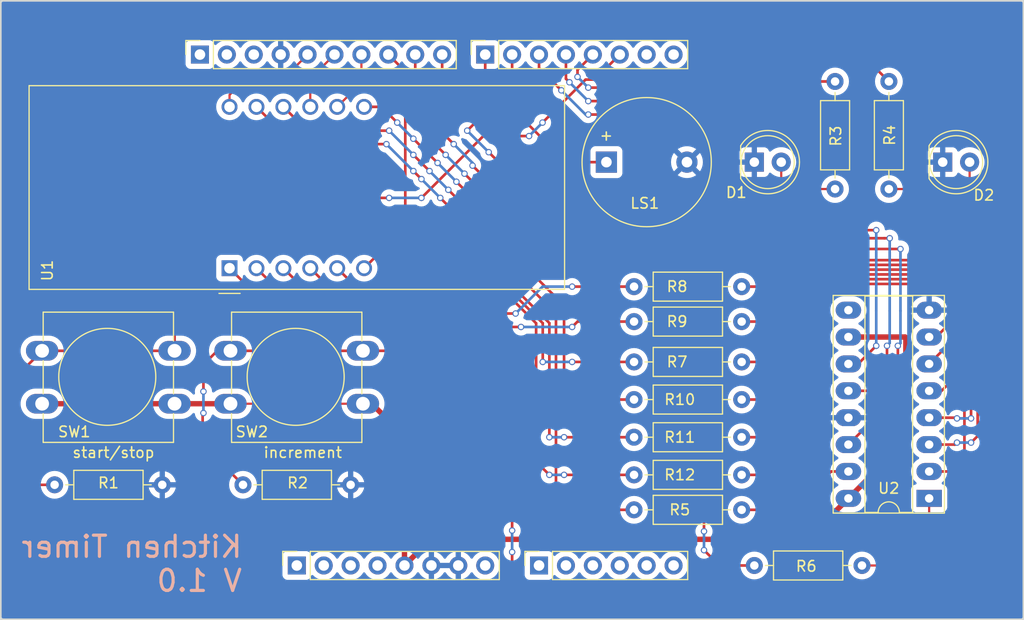
<source format=kicad_pcb>
(kicad_pcb (version 20221018) (generator pcbnew)
  (title_block (date "mar. 31 mars 2015"))
  (layers (0 "F.Cu" signal) (31 "B.Cu" power) (34 "B.Paste" user) (35 "F.Paste" user) (36 "B.SilkS" user "B.Silkscreen") (37 "F.SilkS" user "F.Silkscreen") (38 "B.Mask" user) (39 "F.Mask" user) (44 "Edge.Cuts" user))
  (net 0 "")
  (net 1 "GND")
  (net 3 "+5V")
  (net 4 "/IOREF")
  (net 5 "/A0")
  (net 6 "/A1")
  (net 7 "/A2")
  (net 8 "/A3")
  (net 9 "/SDA{slash}A4")
  (net 10 "/SCL{slash}A5")
  (net 11 "Net-(D1-A)")
  (net 12 "Net-(D2-A)")
  (net 16 "Dig1")
  (net 17 "Dig2")
  (net 18 "Dig3")
  (net 19 "Dig4")
  (net 20 "DS")
  (net 21 "ST_CP")
  (net 22 "SH_CP")
  (net 23 "/TX{slash}1")
  (net 24 "Buzzer")
  (net 25 "/RX{slash}0")
  (net 26 "+3V3")
  (net 27 "VCC")
  (net 28 "/~{RESET}")
  (net 29 "RED_LED")
  (net 30 "GREEN_LED")
  (net 31 "Button_2")
  (net 32 "Button_1")
  (net 33 "a")
  (net 34 "Net-(U1-a)")
  (net 35 "b")
  (net 36 "Net-(U1-b)")
  (net 37 "c")
  (net 38 "Net-(U1-c)")
  (net 39 "d")
  (net 40 "Net-(U1-d)")
  (net 41 "e")
  (net 42 "Net-(U1-e)")
  (net 43 "f")
  (net 44 "Net-(U1-f)")
  (net 45 "g")
  (net 46 "Net-(U1-g)")
  (net 47 "dp")
  (net 48 "Net-(U1-DPX)")
  (footprint "Connector_PinSocket_2.54mm:PinSocket_1x08_P2.54mm_Vertical" (layer "F.Cu") (at 127.94 97.46 90)
    (fp_text reference "J1" hide)
    (fp_text value "Power")
    (pad "1" thru_hole rect locked (at 0 0 90) (size 1.7 1.7) (drill 1) (layers "*.Cu" "*.Mask"))
    (pad "2" thru_hole oval locked (at 0 2.54 90) (size 1.7 1.7) (drill 1) (layers "*.Cu" "*.Mask") (net 4 "/IOREF"))
    (pad "3" thru_hole oval locked (at 0 5.08 90) (size 1.7 1.7) (drill 1) (layers "*.Cu" "*.Mask") (net 28 "/~{RESET}"))
    (pad "4" thru_hole oval locked (at 0 7.62 90) (size 1.7 1.7) (drill 1) (layers "*.Cu" "*.Mask") (net 26 "+3V3"))
    (pad "5" thru_hole oval locked (at 0 10.16 90) (size 1.7 1.7) (drill 1) (layers "*.Cu" "*.Mask") (net 3 "+5V"))
    (pad "6" thru_hole oval locked (at 0 12.7 90) (size 1.7 1.7) (drill 1) (layers "*.Cu" "*.Mask") (net 1 "GND"))
    (pad "7" thru_hole oval locked (at 0 15.24 90) (size 1.7 1.7) (drill 1) (layers "*.Cu" "*.Mask") (net 1 "GND"))
    (pad "8" thru_hole oval locked (at 0 17.78 90) (size 1.7 1.7) (drill 1) (layers "*.Cu" "*.Mask") (net 27 "VCC"))
  )
  (footprint "Connector_PinSocket_2.54mm:PinSocket_1x06_P2.54mm_Vertical" (layer "F.Cu") (at 150.8 97.46 90)
    (fp_text reference "J3" hide)
    (fp_text value "Analog")
    (pad "1" thru_hole rect locked (at 0 0 90) (size 1.7 1.7) (drill 1) (layers "*.Cu" "*.Mask") (net 5 "/A0"))
    (pad "2" thru_hole oval locked (at 0 2.54 90) (size 1.7 1.7) (drill 1) (layers "*.Cu" "*.Mask") (net 6 "/A1"))
    (pad "3" thru_hole oval locked (at 0 5.08 90) (size 1.7 1.7) (drill 1) (layers "*.Cu" "*.Mask") (net 7 "/A2"))
    (pad "4" thru_hole oval locked (at 0 7.62 90) (size 1.7 1.7) (drill 1) (layers "*.Cu" "*.Mask") (net 8 "/A3"))
    (pad "5" thru_hole oval locked (at 0 10.16 90) (size 1.7 1.7) (drill 1) (layers "*.Cu" "*.Mask") (net 9 "/SDA{slash}A4"))
    (pad "6" thru_hole oval locked (at 0 12.7 90) (size 1.7 1.7) (drill 1) (layers "*.Cu" "*.Mask") (net 10 "/SCL{slash}A5"))
  )
  (footprint "Connector_PinSocket_2.54mm:PinSocket_1x10_P2.54mm_Vertical" (layer "F.Cu") (at 118.796 49.2 90)
    (fp_text reference "J2" hide)
    (fp_text value "Digital/PWM")
    (pad "1" thru_hole rect locked (at 0 0 90) (size 1.7 1.7) (drill 1) (layers "*.Cu" "*.Mask"))
    (pad "2" thru_hole oval locked (at 0 2.54 90) (size 1.7 1.7) (drill 1) (layers "*.Cu" "*.Mask"))
    (pad "3" thru_hole oval locked (at 0 5.08 90) (size 1.7 1.7) (drill 1) (layers "*.Cu" "*.Mask"))
    (pad "4" thru_hole oval locked (at 0 7.62 90) (size 1.7 1.7) (drill 1) (layers "*.Cu" "*.Mask") (net 1 "GND"))
    (pad "5" thru_hole oval locked (at 0 10.16 90) (size 1.7 1.7) (drill 1) (layers "*.Cu" "*.Mask") (net 16 "Dig1"))
    (pad "6" thru_hole oval locked (at 0 12.7 90) (size 1.7 1.7) (drill 1) (layers "*.Cu" "*.Mask") (net 17 "Dig2"))
    (pad "7" thru_hole oval locked (at 0 15.24 90) (size 1.7 1.7) (drill 1) (layers "*.Cu" "*.Mask") (net 18 "Dig3"))
    (pad "8" thru_hole oval locked (at 0 17.78 90) (size 1.7 1.7) (drill 1) (layers "*.Cu" "*.Mask") (net 19 "Dig4"))
    (pad "9" thru_hole oval locked (at 0 20.32 90) (size 1.7 1.7) (drill 1) (layers "*.Cu" "*.Mask") (net 20 "DS"))
    (pad "10" thru_hole oval locked (at 0 22.86 90) (size 1.7 1.7) (drill 1) (layers "*.Cu" "*.Mask") (net 21 "ST_CP"))
  )
  (footprint "Connector_PinSocket_2.54mm:PinSocket_1x08_P2.54mm_Vertical" (layer "F.Cu") (at 145.72 49.2 90)
    (fp_text reference "J4" hide)
    (fp_text value "Digital/PWM")
    (pad "1" thru_hole rect locked (at 0 0 90) (size 1.7 1.7) (drill 1) (layers "*.Cu" "*.Mask") (net 22 "SH_CP"))
    (pad "2" thru_hole oval locked (at 0 2.54 90) (size 1.7 1.7) (drill 1) (layers "*.Cu" "*.Mask") (net 24 "Buzzer"))
    (pad "3" thru_hole oval locked (at 0 5.08 90) (size 1.7 1.7) (drill 1) (layers "*.Cu" "*.Mask") (net 29 "RED_LED"))
    (pad "4" thru_hole oval locked (at 0 7.62 90) (size 1.7 1.7) (drill 1) (layers "*.Cu" "*.Mask") (net 30 "GREEN_LED"))
    (pad "5" thru_hole oval locked (at 0 10.16 90) (size 1.7 1.7) (drill 1) (layers "*.Cu" "*.Mask") (net 31 "Button_2"))
    (pad "6" thru_hole oval locked (at 0 12.7 90) (size 1.7 1.7) (drill 1) (layers "*.Cu" "*.Mask") (net 32 "Button_1"))
    (pad "7" thru_hole oval locked (at 0 15.24 90) (size 1.7 1.7) (drill 1) (layers "*.Cu" "*.Mask") (net 23 "/TX{slash}1"))
    (pad "8" thru_hole oval locked (at 0 17.78 90) (size 1.7 1.7) (drill 1) (layers "*.Cu" "*.Mask") (net 25 "/RX{slash}0"))
  )
  (footprint "LED_THT:LED_D5.0mm" (layer "F.Cu") (at 188.9 59.36)
    (fp_text reference "D2" (at 3.886 3.124) (layer "F.SilkS"))
    (fp_text value "LED")
    (pad "1" thru_hole rect (at 0 0) (size 1.8 1.8) (drill 0.9) (layers "*.Cu" "*.Mask") (net 1 "GND"))
    (pad "2" thru_hole circle (at 2.54 0) (size 1.8 1.8) (drill 0.9) (layers "*.Cu" "*.Mask") (net 12 "Net-(D2-A)"))
  )
  (footprint "Package_DIP:DIP-16_W7.62mm_Socket_LongPads" (layer "F.Cu") (at 187.62 91.12 180)
    (fp_text reference "U2" (at 3.81 0.95) (layer "F.SilkS"))
    (fp_text value "74HC595")
    (pad "1" thru_hole rect (at 0 0 180) (size 2.4 1.6) (drill 0.8) (layers "*.Cu" "*.Mask") (net 35 "b"))
    (pad "2" thru_hole oval (at 0 2.54 180) (size 2.4 1.6) (drill 0.8) (layers "*.Cu" "*.Mask") (net 37 "c"))
    (pad "3" thru_hole oval (at 0 5.08 180) (size 2.4 1.6) (drill 0.8) (layers "*.Cu" "*.Mask") (net 39 "d"))
    (pad "4" thru_hole oval (at 0 7.62 180) (size 2.4 1.6) (drill 0.8) (layers "*.Cu" "*.Mask") (net 41 "e"))
    (pad "5" thru_hole oval (at 0 10.16 180) (size 2.4 1.6) (drill 0.8) (layers "*.Cu" "*.Mask") (net 43 "f"))
    (pad "6" thru_hole oval (at 0 12.7 180) (size 2.4 1.6) (drill 0.8) (layers "*.Cu" "*.Mask") (net 45 "g"))
    (pad "7" thru_hole oval (at 0 15.24 180) (size 2.4 1.6) (drill 0.8) (layers "*.Cu" "*.Mask") (net 47 "dp"))
    (pad "8" thru_hole oval (at 0 17.78 180) (size 2.4 1.6) (drill 0.8) (layers "*.Cu" "*.Mask") (net 1 "GND"))
    (pad "9" thru_hole oval (at 7.62 17.78 180) (size 2.4 1.6) (drill 0.8) (layers "*.Cu" "*.Mask"))
    (pad "10" thru_hole oval (at 7.62 15.24 180) (size 2.4 1.6) (drill 0.8) (layers "*.Cu" "*.Mask") (net 3 "+5V"))
    (pad "11" thru_hole oval (at 7.62 12.7 180) (size 2.4 1.6) (drill 0.8) (layers "*.Cu" "*.Mask") (net 22 "SH_CP"))
    (pad "12" thru_hole oval (at 7.62 10.16 180) (size 2.4 1.6) (drill 0.8) (layers "*.Cu" "*.Mask") (net 21 "ST_CP"))
    (pad "13" thru_hole oval (at 7.62 7.62 180) (size 2.4 1.6) (drill 0.8) (layers "*.Cu" "*.Mask") (net 1 "GND"))
    (pad "14" thru_hole oval (at 7.62 5.08 180) (size 2.4 1.6) (drill 0.8) (layers "*.Cu" "*.Mask") (net 20 "DS"))
    (pad "15" thru_hole oval (at 7.62 2.54 180) (size 2.4 1.6) (drill 0.8) (layers "*.Cu" "*.Mask") (net 33 "a"))
    (pad "16" thru_hole oval (at 7.62 0 180) (size 2.4 1.6) (drill 0.8) (layers "*.Cu" "*.Mask") (net 3 "+5V"))
  )
  (footprint "Resistor_THT:R_Axial_DIN0207_L6.3mm_D2.5mm_P10.16mm_Horizontal" (layer "F.Cu") (at 169.926 71.12 180)
    (fp_text reference "R8" (at 6.096 0) (layer "F.SilkS"))
    (fp_text value "100")
    (pad "1" thru_hole circle (at 0 0 180) (size 1.6 1.6) (drill 0.8) (layers "*.Cu" "*.Mask") (net 39 "d"))
    (pad "2" thru_hole oval (at 10.16 0 180) (size 1.6 1.6) (drill 0.8) (layers "*.Cu" "*.Mask") (net 40 "Net-(U1-d)"))
  )
  (footprint "Resistor_THT:R_Axial_DIN0207_L6.3mm_D2.5mm_P10.16mm_Horizontal" (layer "F.Cu") (at 169.926 92.202 180)
    (fp_text reference "R5" (at 5.842 0) (layer "F.SilkS"))
    (fp_text value "100")
    (pad "1" thru_hole circle (at 0 0 180) (size 1.6 1.6) (drill 0.8) (layers "*.Cu" "*.Mask") (net 33 "a"))
    (pad "2" thru_hole oval (at 10.16 0 180) (size 1.6 1.6) (drill 0.8) (layers "*.Cu" "*.Mask") (net 34 "Net-(U1-a)"))
  )
  (footprint "LED_THT:LED_D5.0mm" (layer "F.Cu") (at 171.12 59.36)
    (fp_text reference "D1" (at -1.702 2.87) (layer "F.SilkS"))
    (fp_text value "LED")
    (pad "1" thru_hole rect (at 0 0) (size 1.8 1.8) (drill 0.9) (layers "*.Cu" "*.Mask") (net 1 "GND"))
    (pad "2" thru_hole circle (at 2.54 0) (size 1.8 1.8) (drill 0.9) (layers "*.Cu" "*.Mask") (net 11 "Net-(D1-A)"))
  )
  (footprint "Resistor_THT:R_Axial_DIN0207_L6.3mm_D2.5mm_P10.16mm_Horizontal" (layer "F.Cu") (at 105.08 89.84)
    (fp_text reference "R1" (at 5.08 -0.178) (layer "F.SilkS"))
    (fp_text value "10k")
    (pad "1" thru_hole circle (at 0 0) (size 1.6 1.6) (drill 0.8) (layers "*.Cu" "*.Mask") (net 32 "Button_1"))
    (pad "2" thru_hole oval (at 10.16 0) (size 1.6 1.6) (drill 0.8) (layers "*.Cu" "*.Mask") (net 1 "GND"))
  )
  (footprint "Buzzer_Beeper:Buzzer_12x9.5RM7.6" (layer "F.Cu") (at 157.16 59.36)
    (fp_text reference "LS1" (at 3.622 3.886) (layer "F.SilkS"))
    (fp_text value "Speaker")
    (fp_text user "+" (at -0.01 -2.54) (layer "F.SilkS"))
    (pad "1" thru_hole rect (at 0 0) (size 2 2) (drill 1) (layers "*.Cu" "*.Mask") (net 24 "Buzzer"))
    (pad "2" thru_hole circle (at 7.6 0) (size 2 2) (drill 1) (layers "*.Cu" "*.Mask") (net 1 "GND"))
  )
  (footprint "Resistor_THT:R_Axial_DIN0207_L6.3mm_D2.5mm_P10.16mm_Horizontal" (layer "F.Cu") (at 122.86 89.84)
    (fp_text reference "R2" (at 5.156 -0.178) (layer "F.SilkS"))
    (fp_text value "10k")
    (pad "1" thru_hole circle (at 0 0) (size 1.6 1.6) (drill 0.8) (layers "*.Cu" "*.Mask") (net 31 "Button_2"))
    (pad "2" thru_hole oval (at 10.16 0) (size 1.6 1.6) (drill 0.8) (layers "*.Cu" "*.Mask") (net 1 "GND"))
  )
  (footprint "Button_Switch_THT:SW_PUSH-12mm" (layer "F.Cu") (at 116.4 82.18 180)
    (fp_text reference "SW1" (at 9.466 -2.656) (layer "F.SilkS"))
    (fp_text value "SW_Push")
    (pad "1" thru_hole oval (at 0 0 180) (size 3.048 1.85) (drill 1.3) (layers "*.Cu" "*.Mask") (net 3 "+5V"))
    (pad "1" thru_hole oval (at 12.5 0 180) (size 3.048 1.85) (drill 1.3) (layers "*.Cu" "*.Mask") (net 3 "+5V"))
    (pad "2" thru_hole oval (at 0 5 180) (size 3.048 1.85) (drill 1.3) (layers "*.Cu" "*.Mask") (net 32 "Button_1"))
    (pad "2" thru_hole oval (at 12.5 5 180) (size 3.048 1.85) (drill 1.3) (layers "*.Cu" "*.Mask") (net 32 "Button_1"))
  )
  (footprint "Button_Switch_THT:SW_PUSH-12mm" (layer "F.Cu") (at 134.18 82.18 180)
    (fp_text reference "SW2" (at 10.482 -2.656) (layer "F.SilkS"))
    (fp_text value "SW_Push")
    (pad "1" thru_hole oval (at 0 0 180) (size 3.048 1.85) (drill 1.3) (layers "*.Cu" "*.Mask") (net 3 "+5V"))
    (pad "1" thru_hole oval (at 12.5 0 180) (size 3.048 1.85) (drill 1.3) (layers "*.Cu" "*.Mask") (net 3 "+5V"))
    (pad "2" thru_hole oval (at 0 5 180) (size 3.048 1.85) (drill 1.3) (layers "*.Cu" "*.Mask") (net 31 "Button_2"))
    (pad "2" thru_hole oval (at 12.5 5 180) (size 3.048 1.85) (drill 1.3) (layers "*.Cu" "*.Mask") (net 31 "Button_2"))
  )
  (footprint "Display_7Segment:CA56-12EWA" (layer "F.Cu") (at 121.59 69.3775 90)
    (fp_text reference "U1" (at -0.2185 -17.196 90) (layer "F.SilkS"))
    (fp_text value "CA56-12EWA")
    (pad "1" thru_hole rect (at 0 0 90) (size 1.5 1.5) (drill 1) (layers "*.Cu" "*.Mask") (net 42 "Net-(U1-e)"))
    (pad "2" thru_hole circle (at 0 2.54 90) (size 1.5 1.5) (drill 1) (layers "*.Cu" "*.Mask") (net 40 "Net-(U1-d)"))
    (pad "3" thru_hole circle (at 0 5.08 90) (size 1.5 1.5) (drill 1) (layers "*.Cu" "*.Mask") (net 48 "Net-(U1-DPX)"))
    (pad "4" thru_hole circle (at 0 7.62 90) (size 1.5 1.5) (drill 1) (layers "*.Cu" "*.Mask") (net 38 "Net-(U1-c)"))
    (pad "5" thru_hole circle (at 0 10.16 90) (size 1.5 1.5) (drill 1) (layers "*.Cu" "*.Mask") (net 46 "Net-(U1-g)"))
    (pad "6" thru_hole circle (at 0 12.7 90) (size 1.5 1.5) (drill 1) (layers "*.Cu" "*.Mask") (net 19 "Dig4"))
    (pad "7" thru_hole circle (at 15.24 12.7 90) (size 1.5 1.5) (drill 1) (layers "*.Cu" "*.Mask") (net 36 "Net-(U1-b)"))
    (pad "8" thru_hole circle (at 15.24 10.16 90) (size 1.5 1.5) (drill 1) (layers "*.Cu" "*.Mask") (net 18 "Dig3"))
    (pad "9" thru_hole circle (at 15.24 7.62 90) (size 1.5 1.5) (drill 1) (layers "*.Cu" "*.Mask") (net 17 "Dig2"))
    (pad "10" thru_hole circle (at 15.24 5.08 90) (size 1.5 1.5) (drill 1) (layers "*.Cu" "*.Mask") (net 44 "Net-(U1-f)"))
    (pad "11" thru_hole circle (at 15.24 2.54 90) (size 1.5 1.5) (drill 1) (layers "*.Cu" "*.Mask") (net 34 "Net-(U1-a)"))
    (pad "12" thru_hole circle (at 15.24 0 90) (size 1.5 1.5) (drill 1) (layers "*.Cu" "*.Mask") (net 16 "Dig1"))
  )
  (footprint "Resistor_THT:R_Axial_DIN0207_L6.3mm_D2.5mm_P10.16mm_Horizontal" (layer "F.Cu") (at 169.926 88.9 180)
    (fp_text reference "R12" (at 5.842 0) (layer "F.SilkS"))
    (fp_text value "100")
    (pad "1" thru_hole circle (at 0 0 180) (size 1.6 1.6) (drill 0.8) (layers "*.Cu" "*.Mask") (net 47 "dp"))
    (pad "2" thru_hole oval (at 10.16 0 180) (size 1.6 1.6) (drill 0.8) (layers "*.Cu" "*.Mask") (net 48 "Net-(U1-DPX)"))
  )
  (footprint "Resistor_THT:R_Axial_DIN0207_L6.3mm_D2.5mm_P10.16mm_Horizontal" (layer "F.Cu") (at 169.926 81.788 180)
    (fp_text reference "R10" (at 5.842 0) (layer "F.SilkS"))
    (fp_text value "100")
    (pad "1" thru_hole circle (at 0 0 180) (size 1.6 1.6) (drill 0.8) (layers "*.Cu" "*.Mask") (net 43 "f"))
    (pad "2" thru_hole oval (at 10.16 0 180) (size 1.6 1.6) (drill 0.8) (layers "*.Cu" "*.Mask") (net 44 "Net-(U1-f)"))
  )
  (footprint "Resistor_THT:R_Axial_DIN0207_L6.3mm_D2.5mm_P10.16mm_Horizontal" (layer "F.Cu") (at 169.926 74.422 180)
    (fp_text reference "R9" (at 6.096 0) (layer "F.SilkS"))
    (fp_text value "100")
    (pad "1" thru_hole circle (at 0 0 180) (size 1.6 1.6) (drill 0.8) (layers "*.Cu" "*.Mask") (net 41 "e"))
    (pad "2" thru_hole oval (at 10.16 0 180) (size 1.6 1.6) (drill 0.8) (layers "*.Cu" "*.Mask") (net 42 "Net-(U1-e)"))
  )
  (footprint "Resistor_THT:R_Axial_DIN0207_L6.3mm_D2.5mm_P10.16mm_Horizontal" (layer "F.Cu") (at 181.28 97.46 180)
    (fp_text reference "R6" (at 5.258 -0.076) (layer "F.SilkS"))
    (fp_text value "100")
    (pad "1" thru_hole circle (at 0 0 180) (size 1.6 1.6) (drill 0.8) (layers "*.Cu" "*.Mask") (net 35 "b"))
    (pad "2" thru_hole oval (at 10.16 0 180) (size 1.6 1.6) (drill 0.8) (layers "*.Cu" "*.Mask") (net 36 "Net-(U1-b)"))
  )
  (footprint "Resistor_THT:R_Axial_DIN0207_L6.3mm_D2.5mm_P10.16mm_Horizontal" (layer "F.Cu") (at 178.74 51.74 -90)
    (fp_text reference "R3" (at 5.156 -0.076 90) (layer "F.SilkS"))
    (fp_text value "330")
    (pad "1" thru_hole circle (at 0 0 270) (size 1.6 1.6) (drill 0.8) (layers "*.Cu" "*.Mask") (net 29 "RED_LED"))
    (pad "2" thru_hole oval (at 10.16 0 270) (size 1.6 1.6) (drill 0.8) (layers "*.Cu" "*.Mask") (net 11 "Net-(D1-A)"))
  )
  (footprint "Resistor_THT:R_Axial_DIN0207_L6.3mm_D2.5mm_P10.16mm_Horizontal" (layer "F.Cu") (at 169.926 78.232 180)
    (fp_text reference "R7" (at 6.096 0) (layer "F.SilkS"))
    (fp_text value "100")
    (pad "1" thru_hole circle (at 0 0 180) (size 1.6 1.6) (drill 0.8) (layers "*.Cu" "*.Mask") (net 37 "c"))
    (pad "2" thru_hole oval (at 10.16 0 180) (size 1.6 1.6) (drill 0.8) (layers "*.Cu" "*.Mask") (net 38 "Net-(U1-c)"))
  )
  (footprint "Resistor_THT:R_Axial_DIN0207_L6.3mm_D2.5mm_P10.16mm_Horizontal" (layer "F.Cu") (at 169.926 85.344 180)
    (fp_text reference "R11" (at 5.842 0) (layer "F.SilkS"))
    (fp_text value "100")
    (pad "1" thru_hole circle (at 0 0 180) (size 1.6 1.6) (drill 0.8) (layers "*.Cu" "*.Mask") (net 45 "g"))
    (pad "2" thru_hole oval (at 10.16 0 180) (size 1.6 1.6) (drill 0.8) (layers "*.Cu" "*.Mask") (net 46 "Net-(U1-g)"))
  )
  (footprint "Resistor_THT:R_Axial_DIN0207_L6.3mm_D2.5mm_P10.16mm_Horizontal" (layer "F.Cu") (at 183.82 51.74 -90)
    (fp_text reference "R4" (at 5.08 -0.076 90) (layer "F.SilkS"))
    (fp_text value "330")
    (pad "1" thru_hole circle (at 0 0 270) (size 1.6 1.6) (drill 0.8) (layers "*.Cu" "*.Mask") (net 30 "GREEN_LED"))
    (pad "2" thru_hole oval (at 10.16 0 270) (size 1.6 1.6) (drill 0.8) (layers "*.Cu" "*.Mask") (net 12 "Net-(D2-A)"))
  )
  (gr_rect (start 100 44.12) (end 196.52 102.54) (stroke (width 0.15)) (fill none) (layer "Edge.Cuts"))
  (gr_text "Kitchen Timer\nV 1.0" (at 122.936 100.076) (layer "B.SilkS") (effects (font (size 2 2) (thickness 0.3)) (justify left bottom mirror)))
  (gr_text "start/stop" (at 106.68 87.376) (layer "F.SilkS") (effects (font (size 1 1)) (justify left bottom)))
  (gr_text "increment" (at 124.714 87.376) (layer "F.SilkS") (effects (font (size 1 1)) (justify left bottom)))
  (segment (start 138.1 97.46) (end 138.1 85.268) (width 0.508) (layer "F.Cu") (net 3))
  (segment (start 185.42 85.7) (end 185.42 75.946) (width 0.508) (layer "F.Cu") (net 3))
  (segment (start 138.1 85.268) (end 135.012 82.18) (width 0.508) (layer "F.Cu") (net 3))
  (segment (start 176.132 94.988) (end 180 91.12) (width 0.508) (layer "F.Cu") (net 3))
  (segment (start 135.012 82.18) (end 134.18 82.18) (width 0.508) (layer "F.Cu") (net 3))
  (segment (start 134.18 82.18) (end 135.52 82.18) (width 0.2032) (layer "F.Cu") (net 3))
  (segment (start 102.58 82.18) (end 103.9 82.18) (width 0.2032) (layer "F.Cu") (net 3))
  (segment (start 134.18 82.18) (end 121.68 82.18) (width 0.2032) (layer "F.Cu") (net 3))
  (segment (start 138.1 97.46) (end 140.572 94.988) (width 0.508) (layer "F.Cu") (net 3))
  (segment (start 102.54 82.22) (end 102.58 82.18) (width 0.2032) (layer "F.Cu") (net 3))
  (segment (start 116.4 82.18) (end 121.68 82.18) (width 0.508) (layer "F.Cu") (net 3))
  (segment (start 180 91.12) (end 185.42 85.7) (width 0.508) (layer "F.Cu") (net 3))
  (segment (start 185.42 75.946) (end 185.354 75.88) (width 0.508) (layer "F.Cu") (net 3))
  (segment (start 140.572 94.988) (end 176.132 94.988) (width 0.508) (layer "F.Cu") (net 3))
  (segment (start 116.4 82.18) (end 103.9 82.18) (width 0.508) (layer "F.Cu") (net 3))
  (segment (start 185.354 75.88) (end 180 75.88) (width 0.508) (layer "F.Cu") (net 3))
  (segment (start 173.66 61.9) (end 173.66 59.36) (width 0.2032) (layer "F.Cu") (net 11))
  (segment (start 178.74 61.9) (end 173.66 61.9) (width 0.2032) (layer "F.Cu") (net 11))
  (segment (start 191.44 61.9) (end 191.44 59.36) (width 0.2032) (layer "F.Cu") (net 12))
  (segment (start 183.82 61.9) (end 191.44 61.9) (width 0.2032) (layer "F.Cu") (net 12))
  (segment (start 128.956 49.2) (end 126.416 51.74) (width 0.2032) (layer "F.Cu") (net 16))
  (segment (start 122.86 51.74) (end 121.59 53.01) (width 0.2032) (layer "F.Cu") (net 16))
  (segment (start 121.59 53.01) (end 121.59 54.1375) (width 0.2032) (layer "F.Cu") (net 16))
  (segment (start 126.416 51.74) (end 122.86 51.74) (width 0.2032) (layer "F.Cu") (net 16))
  (segment (start 129.21 51.486) (end 129.21 54.1375) (width 0.2032) (layer "F.Cu") (net 17))
  (segment (start 131.496 49.2) (end 129.21 51.486) (width 0.2032) (layer "F.Cu") (net 17))
  (segment (start 134.036 51.8515) (end 131.75 54.1375) (width 0.2032) (layer "F.Cu") (net 18))
  (segment (start 134.036 49.2) (end 134.036 51.8515) (width 0.2032) (layer "F.Cu") (net 18))
  (segment (start 134.29 69.3775) (end 138.176 65.4915) (width 0.25) (layer "F.Cu") (net 19))
  (segment (start 138.176 50.8) (end 136.576 49.2) (width 0.25) (layer "F.Cu") (net 19))
  (segment (start 138.176 65.4915) (end 138.176 50.8) (width 0.25) (layer "F.Cu") (net 19))
  (segment (start 143.764 60.452) (end 150.876 67.564) (width 0.25) (layer "F.Cu") (net 20))
  (segment (start 139.116 55.804) (end 141.986 58.674) (width 0.25) (layer "F.Cu") (net 20))
  (segment (start 184.6665 76.708) (end 184.6665 81.3735) (width 0.25) (layer "F.Cu") (net 20))
  (segment (start 150.876 67.564) (end 184.912 67.564) (width 0.25) (layer "F.Cu") (net 20))
  (segment (start 184.6665 81.3735) (end 180 86.04) (width 0.25) (layer "F.Cu") (net 20))
  (segment (start 139.116 49.2) (end 139.116 55.804) (width 0.25) (layer "F.Cu") (net 20))
  (via (at 184.6665 76.708) (size 0.6) (drill 0.4) (layers "F.Cu" "B.Cu") (net 20))
  (via (at 143.764 60.452) (size 0.6) (drill 0.4) (layers "F.Cu" "B.Cu") (net 20))
  (via (at 141.986 58.674) (size 0.6) (drill 0.4) (layers "F.Cu" "B.Cu") (net 20))
  (via (at 184.912 67.564) (size 0.6) (drill 0.4) (layers "F.Cu" "B.Cu") (net 20))
  (segment (start 184.912 67.564) (end 184.912 73.406) (width 0.25) (layer "B.Cu") (net 20))
  (segment (start 184.912 73.406) (end 184.912 76.4625) (width 0.25) (layer "B.Cu") (net 20))
  (segment (start 141.986 58.674) (end 143.764 60.452) (width 0.25) (layer "B.Cu") (net 20))
  (segment (start 184.912 76.4625) (end 184.6665 76.708) (width 0.25) (layer "B.Cu") (net 20))
  (segment (start 141.656 49.2) (end 141.656 56.566) (width 0.25) (layer "F.Cu") (net 21))
  (segment (start 144.526 59.69) (end 151.384 66.548) (width 0.25) (layer "F.Cu") (net 21))
  (segment (start 183.642 76.708) (end 183.642 79.756) (width 0.25) (layer "F.Cu") (net 21))
  (segment (start 183.388 66.548) (end 183.896 66.548) (width 0.25) (layer "F.Cu") (net 21))
  (segment (start 151.384 66.548) (end 183.388 66.548) (width 0.25) (layer "F.Cu") (net 21))
  (segment (start 182.372 81.026) (end 182.306 80.96) (width 0.25) (layer "F.Cu") (net 21))
  (segment (start 182.306 80.96) (end 180 80.96) (width 0.25) (layer "F.Cu") (net 21))
  (segment (start 183.642 79.756) (end 182.372 81.026) (width 0.25) (layer "F.Cu") (net 21))
  (segment (start 141.656 56.566) (end 142.748 57.658) (width 0.25) (layer "F.Cu") (net 21))
  (via (at 183.642 76.708) (size 0.6) (drill 0.4) (layers "F.Cu" "B.Cu") (net 21))
  (via (at 183.896 66.548) (size 0.6) (drill 0.4) (layers "F.Cu" "B.Cu") (net 21))
  (via (at 142.748 57.658) (size 0.6) (drill 0.4) (layers "F.Cu" "B.Cu") (net 21))
  (via (at 144.526 59.69) (size 0.6) (drill 0.4) (layers "F.Cu" "B.Cu") (net 21))
  (segment (start 183.896 76.454) (end 183.642 76.708) (width 0.25) (layer "B.Cu") (net 21))
  (segment (start 183.896 73.406) (end 183.896 76.454) (width 0.25) (layer "B.Cu") (net 21))
  (segment (start 144.526 59.436) (end 144.526 59.69) (width 0.25) (layer "B.Cu") (net 21))
  (segment (start 142.748 57.658) (end 144.526 59.436) (width 0.25) (layer "B.Cu") (net 21))
  (segment (start 183.896 66.548) (end 183.896 73.406) (width 0.25) (layer "B.Cu") (net 21))
  (segment (start 145.72 49.2) (end 145.72 54.686) (width 0.25) (layer "F.Cu") (net 22))
  (segment (start 153.416 65.786) (end 182.626 65.786) (width 0.25) (layer "F.Cu") (net 22))
  (segment (start 146.05 58.42) (end 153.416 65.786) (width 0.25) (layer "F.Cu") (net 22))
  (segment (start 180.914 78.42) (end 180 78.42) (width 0.25) (layer "F.Cu") (net 22))
  (segment (start 182.626 76.708) (end 180.914 78.42) (width 0.25) (layer "F.Cu") (net 22))
  (segment (start 145.72 54.686) (end 144.018 56.388) (width 0.25) (layer "F.Cu") (net 22))
  (via (at 144.018 56.388) (size 0.6) (drill 0.4) (layers "F.Cu" "B.Cu") (net 22))
  (via (at 182.626 65.786) (size 0.6) (drill 0.4) (layers "F.Cu" "B.Cu") (net 22))
  (via (at 146.05 58.42) (size 0.6) (drill 0.4) (layers "F.Cu" "B.Cu") (net 22))
  (via (at 182.626 76.708) (size 0.6) (drill 0.4) (layers "F.Cu" "B.Cu") (net 22))
  (segment (start 182.626 73.406) (end 182.626 76.708) (width 0.25) (layer "B.Cu") (net 22))
  (segment (start 182.626 65.786) (end 182.626 73.406) (width 0.25) (layer "B.Cu") (net 22))
  (segment (start 144.018 56.388) (end 146.05 58.42) (width 0.25) (layer "B.Cu") (net 22))
  (segment (start 148.26 54.28) (end 148.26 49.2) (width 0.25) (layer "F.Cu") (net 24))
  (segment (start 157.16 59.36) (end 153.34 59.36) (width 0.25) (layer "F.Cu") (net 24))
  (segment (start 153.34 59.36) (end 148.26 54.28) (width 0.25) (layer "F.Cu") (net 24))
  (segment (start 166.624 54.864) (end 170.18 51.308) (width 0.25) (layer "F.Cu") (net 29))
  (segment (start 155.448 54.864) (end 166.624 54.864) (width 0.25) (layer "F.Cu") (net 29))
  (segment (start 170.18 51.308) (end 176.784 51.308) (width 0.25) (layer "F.Cu") (net 29))
  (segment (start 177.216 51.74) (end 178.74 51.74) (width 0.25) (layer "F.Cu") (net 29))
  (segment (start 176.784 51.308) (end 177.216 51.74) (width 0.25) (layer "F.Cu") (net 29))
  (segment (start 150.8 49.2) (end 150.8 50.47) (width 0.25) (layer "F.Cu") (net 29))
  (segment (start 150.8 50.47) (end 152.908 52.578) (width 0.25) (layer "F.Cu") (net 29))
  (via (at 152.908 52.578) (size 0.6) (drill 0.4) (layers "F.Cu" "B.Cu") (net 29))
  (via (at 155.448 54.864) (size 0.6) (drill 0.4) (layers "F.Cu" "B.Cu") (net 29))
  (segment (start 152.908 52.578) (end 155.194 54.864) (width 0.25) (layer "B.Cu") (net 29))
  (segment (start 155.194 54.864) (end 155.448 54.864) (width 0.25) (layer "B.Cu") (net 29))
  (segment (start 153.34 49.2) (end 153.34 51.486) (width 0.25) (layer "F.Cu") (net 30))
  (segment (start 181.61 49.53) (end 183.82 51.74) (width 0.25) (layer "F.Cu") (net 30))
  (segment (start 170.434 49.53) (end 181.61 49.53) (width 0.25) (layer "F.Cu") (net 30))
  (segment (start 155.448 53.594) (end 166.37 53.594) (width 0.25) (layer "F.Cu") (net 30))
  (segment (start 153.34 51.486) (end 153.67 51.816) (width 0.25) (layer "F.Cu") (net 30))
  (segment (start 166.37 53.594) (end 170.434 49.53) (width 0.25) (layer "F.Cu") (net 30))
  (via (at 155.448 53.594) (size 0.6) (drill 0.4) (layers "F.Cu" "B.Cu") (net 30))
  (via (at 153.67 51.816) (size 0.6) (drill 0.4) (layers "F.Cu" "B.Cu") (net 30))
  (segment (start 153.67 51.816) (end 155.448 53.594) (width 0.25) (layer "B.Cu") (net 30))
  (segment (start 193.98 54.28) (end 188.9 49.2) (width 0.2032) (layer "F.Cu") (net 31))
  (segment (start 193.98 92.38) (end 193.98 54.28) (width 0.2032) (layer "F.Cu") (net 31))
  (segment (start 119.05 83.134) (end 119.126 83.058) (width 0.25) (layer "F.Cu") (net 31))
  (segment (start 155.448 52.324) (end 165.862 52.324) (width 0.25) (layer "F.Cu") (net 31))
  (segment (start 148.26 100) (end 188.9 100) (width 0.2032) (layer "F.Cu") (net 31))
  (segment (start 122.86 89.84) (end 119.05 86.03) (width 0.25) (layer "F.Cu") (net 31))
  (segment (start 119.126 78.486) (end 120.432 77.18) (width 0.25) (layer "F.Cu") (net 31))
  (segment (start 169.164 49.022) (end 188.722 49.022) (width 0.25) (layer "F.Cu") (net 31))
  (segment (start 193.98 94.92) (end 193.98 92.38) (width 0.2032) (layer "F.Cu") (net 31))
  (segment (start 136.362 77.18) (end 148.26 89.078) (width 0.25) (layer "F.Cu") (net 31))
  (segment (start 188.9 100) (end 193.98 94.92) (width 0.2032) (layer "F.Cu") (net 31))
  (segment (start 119.05 86.03) (end 119.05 85.522) (width 0.25) (layer "F.Cu") (net 31))
  (segment (start 165.862 52.324) (end 169.164 49.022) (width 0.25) (layer "F.Cu") (net 31))
  (segment (start 154.432 50.648) (end 154.432 51.308) (width 0.25) (layer "F.Cu") (net 31))
  (segment (start 121.68 77.18) (end 134.18 77.18) (width 0.25) (layer "F.Cu") (net 31))
  (segment (start 155.88 49.2) (end 154.432 50.648) (width 0.25) (layer "F.Cu") (net 31))
  (segment (start 148.26 89.078) (end 148.26 94.158) (width 0.25) (layer "F.Cu") (net 31))
  (segment (start 188.722 49.022) (end 188.9 49.2) (width 0.25) (layer "F.Cu") (net 31))
  (segment (start 135.36 77.18) (end 135.6 77.18) (width 0.2032) (layer "F.Cu") (net 31))
  (segment (start 148.26 96.19) (end 148.26 100) (width 0.25) (layer "F.Cu") (net 31))
  (segment (start 120.432 77.18) (end 121.68 77.18) (width 0.25) (layer "F.Cu") (net 31))
  (segment (start 134.18 77.18) (end 136.362 77.18) (width 0.25) (layer "F.Cu") (net 31))
  (segment (start 119.05 85.522) (end 119.05 83.134) (width 0.25) (layer "F.Cu") (net 31))
  (segment (start 119.126 81.026) (end 119.126 78.486) (width 0.25) (layer "F.Cu") (net 31))
  (via (at 148.26 96.19) (size 0.6) (drill 0.4) (layers "F.Cu" "B.Cu") (net 31))
  (via (at 155.448 52.324) (size 0.6) (drill 0.4) (layers "F.Cu" "B.Cu") (net 31))
  (via (at 154.432 51.308) (size 0.6) (drill 0.4) (layers "F.Cu" "B.Cu") (net 31))
  (via (at 119.126 83.058) (size 0.6) (drill 0.4) (layers "F.Cu" "B.Cu") (net 31))
  (via (at 148.26 94.158) (size 0.6) (drill 0.4) (layers "F.Cu" "B.Cu") (net 31))
  (via (at 119.126 81.026) (size 0.6) (drill 0.4) (layers "F.Cu" "B.Cu") (net 31))
  (segment (start 119.126 83.058) (end 119.126 81.026) (width 0.25) (layer "B.Cu") (net 31))
  (segment (start 154.432 51.308) (end 155.448 52.324) (width 0.25) (layer "B.Cu") (net 31))
  (segment (start 148.26 94.158) (end 148.26 96.19) (width 0.25) (layer "B.Cu") (net 31))
  (segment (start 145.542 56.896) (end 149.86 56.896) (width 0.25) (layer "F.Cu") (net 32))
  (segment (start 156.058 51.562) (end 158.42 49.2) (width 0.25) (layer "F.Cu") (net 32))
  (segment (start 101.27 88.57) (end 102.54 89.84) (width 0.25) (layer "F.Cu") (net 32))
  (segment (start 103.9 77.18) (end 101.27 79.81) (width 0.25) (layer "F.Cu") (net 32))
  (segment (start 116.4 77.18) (end 116.4 69.782) (width 0.25) (layer "F.Cu") (net 32))
  (segment (start 101.27 79.81) (end 101.27 88.57) (width 0.25) (layer "F.Cu") (net 32))
  (segment (start 102.54 89.84) (end 105.08 89.84) (width 0.25) (layer "F.Cu") (net 32))
  (segment (start 116.4 69.782) (end 123.444 62.738) (width 0.25) (layer "F.Cu") (net 32))
  (segment (start 151.13 55.626) (end 155.194 51.562) (width 0.25) (layer "F.Cu") (net 32))
  (segment (start 155.194 51.562) (end 156.058 51.562) (width 0.25) (layer "F.Cu") (net 32))
  (segment (start 123.444 62.738) (end 136.652 62.738) (width 0.25) (layer "F.Cu") (net 32))
  (segment (start 139.7 62.738) (end 145.542 56.896) (width 0.25) (layer "F.Cu") (net 32))
  (segment (start 103.9 77.18) (end 116.4 77.18) (width 0.25) (layer "F.Cu") (net 32))
  (via (at 151.13 55.626) (size 0.6) (drill 0.4) (layers "F.Cu" "B.Cu") (net 32))
  (via (at 149.86 56.896) (size 0.6) (drill 0.4) (layers "F.Cu" "B.Cu") (net 32))
  (via (at 136.652 62.738) (size 0.6) (drill 0.4) (layers "F.Cu" "B.Cu") (net 32))
  (via (at 139.7 62.738) (size 0.6) (drill 0.4) (layers "F.Cu" "B.Cu") (net 32))
  (segment (start 136.652 62.738) (end 139.7 62.738) (width 0.25) (layer "B.Cu") (net 32))
  (segment (start 149.86 56.896) (end 151.13 55.626) (width 0.25) (layer "B.Cu") (net 32))
  (segment (start 174.752 92.202) (end 178.374 88.58) (width 0.25) (layer "F.Cu") (net 33))
  (segment (start 178.374 88.58) (end 180 88.58) (width 0.25) (layer "F.Cu") (net 33))
  (segment (start 169.926 92.202) (end 174.752 92.202) (width 0.25) (layer "F.Cu") (net 33))
  (segment (start 124.13 54.1375) (end 127.6505 57.658) (width 0.25) (layer "F.Cu") (net 34))
  (segment (start 152.4 90.932) (end 153.67 92.202) (width 0.25) (layer "F.Cu") (net 34))
  (segment (start 141.478 62.738) (end 152.4 73.66) (width 0.25) (layer "F.Cu") (net 34))
  (segment (start 127.6505 57.658) (end 136.398 57.658) (width 0.25) (layer "F.Cu") (net 34))
  (segment (start 153.67 92.202) (end 159.766 92.202) (width 0.25) (layer "F.Cu") (net 34))
  (segment (start 152.4 73.66) (end 152.4 90.932) (width 0.25) (layer "F.Cu") (net 34))
  (segment (start 138.938 60.198) (end 139.7 60.96) (width 0.25) (layer "F.Cu") (net 34))
  (via (at 136.398 57.658) (size 0.6) (drill 0.4) (layers "F.Cu" "B.Cu") (net 34))
  (via (at 141.478 62.738) (size 0.6) (drill 0.4) (layers "F.Cu" "B.Cu") (net 34))
  (via (at 139.7 60.96) (size 0.6) (drill 0.4) (layers "F.Cu" "B.Cu") (net 34))
  (via (at 138.938 60.198) (size 0.6) (drill 0.4) (layers "F.Cu" "B.Cu") (net 34))
  (segment (start 139.7 60.96) (end 141.478 62.738) (width 0.25) (layer "B.Cu") (net 34))
  (segment (start 136.398 57.658) (end 138.938 60.198) (width 0.25) (layer "B.Cu") (net 34))
  (segment (start 181.28 97.46) (end 183.82 97.46) (width 0.2032) (layer "F.Cu") (net 35))
  (segment (start 187.62 93.66) (end 187.62 91.12) (width 0.2032) (layer "F.Cu") (net 35))
  (segment (start 183.82 97.46) (end 187.62 93.66) (width 0.2032) (layer "F.Cu") (net 35))
  (segment (start 166.37 94.234) (end 166.37 70.612) (width 0.25) (layer "F.Cu") (net 36))
  (segment (start 137.414 55.626) (end 135.9255 54.1375) (width 0.25) (layer "F.Cu") (net 36))
  (segment (start 135.9255 54.1375) (end 134.29 54.1375) (width 0.25) (layer "F.Cu") (net 36))
  (segment (start 167.818 97.46) (end 166.37 96.012) (width 0.25) (layer "F.Cu") (net 36))
  (segment (start 164.338 68.58) (end 150.368 68.58) (width 0.25) (layer "F.Cu") (net 36))
  (segment (start 141.224 59.436) (end 138.938 57.15) (width 0.25) (layer "F.Cu") (net 36))
  (segment (start 166.37 70.612) (end 164.338 68.58) (width 0.25) (layer "F.Cu") (net 36))
  (segment (start 150.368 68.58) (end 143.002 61.214) (width 0.25) (layer "F.Cu") (net 36))
  (segment (start 171.12 97.46) (end 167.818 97.46) (width 0.25) (layer "F.Cu") (net 36))
  (via (at 166.37 96.012) (size 0.6) (drill 0.4) (layers "F.Cu" "B.Cu") (net 36))
  (via (at 166.37 94.234) (size 0.6) (drill 0.4) (layers "F.Cu" "B.Cu") (net 36))
  (via (at 138.938 57.15) (size 0.6) (drill 0.4) (layers "F.Cu" "B.Cu") (net 36))
  (via (at 143.002 61.214) (size 0.6) (drill 0.4) (layers "F.Cu" "B.Cu") (net 36))
  (via (at 141.224 59.436) (size 0.6) (drill 0.4) (layers "F.Cu" "B.Cu") (net 36))
  (via (at 137.414 55.626) (size 0.6) (drill 0.4) (layers "F.Cu" "B.Cu") (net 36))
  (segment (start 143.002 61.214) (end 141.224 59.436) (width 0.25) (layer "B.Cu") (net 36))
  (segment (start 138.938 57.15) (end 137.414 55.626) (width 0.25) (layer "B.Cu") (net 36))
  (segment (start 166.37 96.012) (end 166.37 94.234) (width 0.25) (layer "B.Cu") (net 36))
  (segment (start 190.95 87.18) (end 189.55 88.58) (width 0.25) (layer "F.Cu") (net 37))
  (segment (start 176.53 77.724) (end 176.588 77.724) (width 0.25) (layer "F.Cu") (net 37))
  (segment (start 190.95 70.808) (end 190.95 87.18) (width 0.25) (layer "F.Cu") (net 37))
  (segment (start 177.877208 69.516) (end 189.658 69.516) (width 0.25) (layer "F.Cu") (net 37))
  (segment (start 189.658 69.516) (end 190.95 70.808) (width 0.25) (layer "F.Cu") (net 37))
  (segment (start 176.588 70.805208) (end 177.877208 69.516) (width 0.25) (layer "F.Cu") (net 37))
  (segment (start 189.55 88.58) (end 187.62 88.58) (width 0.25) (layer "F.Cu") (net 37))
  (segment (start 176.022 78.232) (end 176.53 77.724) (width 0.25) (layer "F.Cu") (net 37))
  (segment (start 176.588 77.724) (end 176.588 70.805208) (width 0.25) (layer "F.Cu") (net 37))
  (segment (start 169.926 78.232) (end 176.022 78.232) (width 0.25) (layer "F.Cu") (net 37))
  (segment (start 129.21 69.3775) (end 131.524698 71.692198) (width 0.25) (layer "F.Cu") (net 38))
  (segment (start 151.151 74.571396) (end 151.151 78.232) (width 0.25) (layer "F.Cu") (net 38))
  (segment (start 148.271802 71.692198) (end 151.151 74.571396) (width 0.25) (layer "F.Cu") (net 38))
  (segment (start 153.924 78.232) (end 159.766 78.232) (width 0.25) (layer "F.Cu") (net 38))
  (segment (start 131.524698 71.692198) (end 148.271802 71.692198) (width 0.25) (layer "F.Cu") (net 38))
  (via (at 153.924 78.232) (size 0.6) (drill 0.4) (layers "F.Cu" "B.Cu") (net 38))
  (via (at 151.151 78.232) (size 0.6) (drill 0.4) (layers "F.Cu" "B.Cu") (net 38))
  (segment (start 151.151 78.232) (end 153.924 78.232) (width 0.25) (layer "B.Cu") (net 38))
  (segment (start 190.058 86.04) (end 190.246 85.852) (width 0.25) (layer "F.Cu") (net 39))
  (segment (start 177.256 68.616) (end 174.752 71.12) (width 0.25) (layer "F.Cu") (net 39))
  (segment (start 190.282 68.616) (end 177.256 68.616) (width 0.25) (layer "F.Cu") (net 39))
  (segment (start 187.62 86.04) (end 190.058 86.04) (width 0.25) (layer "F.Cu") (net 39))
  (segment (start 192.1995 70.5335) (end 190.282 68.616) (width 0.25) (layer "F.Cu") (net 39))
  (segment (start 191.5745 85.852) (end 192.1995 85.227) (width 0.25) (layer "F.Cu") (net 39))
  (segment (start 174.752 71.12) (end 169.926 71.12) (width 0.25) (layer "F.Cu") (net 39))
  (segment (start 192.1995 85.227) (end 192.1995 70.5335) (width 0.25) (layer "F.Cu") (net 39))
  (via (at 190.246 85.852) (size 0.6) (drill 0.4) (layers "F.Cu" "B.Cu") (net 39))
  (via (at 191.5745 85.852) (size 0.6) (drill 0.4) (layers "F.Cu" "B.Cu") (net 39))
  (segment (start 190.246 85.852) (end 191.5745 85.852) (width 0.25) (layer "B.Cu") (net 39))
  (segment (start 128.4125 73.66) (end 148.59 73.66) (width 0.25) (layer "F.Cu") (net 40))
  (segment (start 153.924 71.12) (end 159.766 71.12) (width 0.25) (layer "F.Cu") (net 40))
  (segment (start 124.13 69.3775) (end 128.4125 73.66) (width 0.25) (layer "F.Cu") (net 40))
  (via (at 153.924 71.12) (size 0.6) (drill 0.4) (layers "F.Cu" "B.Cu") (net 40))
  (via (at 148.59 73.66) (size 0.6) (drill 0.4) (layers "F.Cu" "B.Cu") (net 40))
  (segment (start 148.59 73.66) (end 151.13 71.12) (width 0.25) (layer "B.Cu") (net 40))
  (segment (start 151.13 71.12) (end 153.924 71.12) (width 0.25) (layer "B.Cu") (net 40))
  (segment (start 191.5745 70.796104) (end 189.844396 69.066) (width 0.25) (layer "F.Cu") (net 41))
  (segment (start 189.844396 69.066) (end 177.568 69.066) (width 0.25) (layer "F.Cu") (net 41))
  (segment (start 176.138 73.798) (end 175.514 74.422) (width 0.25) (layer "F.Cu") (net 41))
  (segment (start 191.5745 83.566) (end 191.5745 70.796104) (width 0.25) (layer "F.Cu") (net 41))
  (segment (start 187.62 83.5) (end 190.18 83.5) (width 0.25) (layer "F.Cu") (net 41))
  (segment (start 175.514 74.422) (end 169.926 74.422) (width 0.25) (layer "F.Cu") (net 41))
  (segment (start 190.18 83.5) (end 190.246 83.566) (width 0.25) (layer "F.Cu") (net 41))
  (segment (start 176.138 70.496) (end 176.138 73.798) (width 0.25) (layer "F.Cu") (net 41))
  (segment (start 177.568 69.066) (end 176.138 70.496) (width 0.25) (layer "F.Cu") (net 41))
  (via (at 190.246 83.566) (size 0.6) (drill 0.4) (layers "F.Cu" "B.Cu") (net 41))
  (via (at 191.5745 83.566) (size 0.6) (drill 0.4) (layers "F.Cu" "B.Cu") (net 41))
  (segment (start 190.246 83.566) (end 191.5745 83.566) (width 0.25) (layer "B.Cu") (net 41))
  (segment (start 153.924 74.93) (end 154.432 74.422) (width 0.25) (layer "F.Cu") (net 42))
  (segment (start 154.432 74.422) (end 159.766 74.422) (width 0.25) (layer "F.Cu") (net 42))
  (segment (start 127.1425 74.93) (end 149.098 74.93) (width 0.25) (layer "F.Cu") (net 42))
  (segment (start 121.59 69.3775) (end 127.1425 74.93) (width 0.25) (layer "F.Cu") (net 42))
  (via (at 153.924 74.93) (size 0.6) (drill 0.4) (layers "F.Cu" "B.Cu") (net 42))
  (via (at 149.098 74.93) (size 0.6) (drill 0.4) (layers "F.Cu" "B.Cu") (net 42))
  (segment (start 149.098 74.93) (end 153.924 74.93) (width 0.25) (layer "B.Cu") (net 42))
  (segment (start 189.220396 69.966) (end 190.5 71.245604) (width 0.25) (layer "F.Cu") (net 43))
  (segment (start 188.788 80.96) (end 187.62 80.96) (width 0.25) (layer "F.Cu") (net 43))
  (segment (start 190.5 79.248) (end 188.788 80.96) (width 0.25) (layer "F.Cu") (net 43))
  (segment (start 177.038 80.772) (end 177.038 70.991604) (width 0.25) (layer "F.Cu") (net 43))
  (segment (start 190.5 71.245604) (end 190.5 79.248) (width 0.25) (layer "F.Cu") (net 43))
  (segment (start 178.063604 69.966) (end 189.220396 69.966) (width 0.25) (layer "F.Cu") (net 43))
  (segment (start 169.926 81.788) (end 176.022 81.788) (width 0.25) (layer "F.Cu") (net 43))
  (segment (start 177.038 70.991604) (end 178.063604 69.966) (width 0.25) (layer "F.Cu") (net 43))
  (segment (start 176.022 81.788) (end 177.038 80.772) (width 0.25) (layer "F.Cu") (net 43))
  (segment (start 142.24 61.976) (end 153.162 72.898) (width 0.25) (layer "F.Cu") (net 44))
  (segment (start 128.9205 56.388) (end 136.652 56.388) (width 0.25) (layer "F.Cu") (net 44))
  (segment (start 138.938 58.674) (end 140.462 60.198) (width 0.25) (layer "F.Cu") (net 44))
  (segment (start 126.67 54.1375) (end 128.9205 56.388) (width 0.25) (layer "F.Cu") (net 44))
  (segment (start 154.94 81.788) (end 159.766 81.788) (width 0.25) (layer "F.Cu") (net 44))
  (segment (start 153.162 72.898) (end 153.162 80.01) (width 0.25) (layer "F.Cu") (net 44))
  (segment (start 153.162 80.01) (end 154.94 81.788) (width 0.25) (layer "F.Cu") (net 44))
  (via (at 142.24 61.976) (size 0.6) (drill 0.4) (layers "F.Cu" "B.Cu") (net 44))
  (via (at 136.652 56.388) (size 0.6) (drill 0.4) (layers "F.Cu" "B.Cu") (net 44))
  (via (at 138.938 58.674) (size 0.6) (drill 0.4) (layers "F.Cu" "B.Cu") (net 44))
  (via (at 140.462 60.198) (size 0.6) (drill 0.4) (layers "F.Cu" "B.Cu") (net 44))
  (segment (start 140.462 60.198) (end 142.24 61.976) (width 0.25) (layer "B.Cu") (net 44))
  (segment (start 136.652 56.388) (end 138.938 58.674) (width 0.25) (layer "B.Cu") (net 44))
  (segment (start 177.546 71.12) (end 178.25 70.416) (width 0.25) (layer "F.Cu") (net 45))
  (segment (start 178.25 70.416) (end 189.034 70.416) (width 0.25) (layer "F.Cu") (net 45))
  (segment (start 189.034 70.416) (end 189.934 71.316) (width 0.25) (layer "F.Cu") (net 45))
  (segment (start 177.546 84.328) (end 176.53 85.344) (width 0.25) (layer "F.Cu") (net 45))
  (segment (start 177.546 71.12) (end 177.546 84.328) (width 0.25) (layer "F.Cu") (net 45))
  (segment (start 189.934 76.106) (end 187.62 78.42) (width 0.25) (layer "F.Cu") (net 45))
  (segment (start 189.934 71.316) (end 189.934 76.106) (width 0.25) (layer "F.Cu") (net 45))
  (segment (start 176.53 85.344) (end 169.926 85.344) (width 0.25) (layer "F.Cu") (net 45))
  (segment (start 151.7755 74.5595) (end 151.7755 85.344) (width 0.25) (layer "F.Cu") (net 46))
  (segment (start 131.75 69.3775) (end 133.4925 71.12) (width 0.25) (layer "F.Cu") (net 46))
  (segment (start 133.4925 71.12) (end 148.336 71.12) (width 0.25) (layer "F.Cu") (net 46))
  (segment (start 148.336 71.12) (end 151.7755 74.5595) (width 0.25) (layer "F.Cu") (net 46))
  (segment (start 153.162 85.344) (end 159.766 85.344) (width 0.25) (layer "F.Cu") (net 46))
  (via (at 151.7755 85.344) (size 0.6) (drill 0.4) (layers "F.Cu" "B.Cu") (net 46))
  (via (at 153.162 85.344) (size 0.6) (drill 0.4) (layers "F.Cu" "B.Cu") (net 46))
  (segment (start 151.7755 85.344) (end 153.162 85.344) (width 0.25) (layer "B.Cu") (net 46))
  (segment (start 189.484 74.676) (end 189.484 71.628) (width 0.25) (layer "F.Cu") (net 47))
  (segment (start 189.484 71.628) (end 188.722 70.866) (width 0.25) (layer "F.Cu") (net 47))
  (segment (start 187.62 75.88) (end 188.28 75.88) (width 0.25) (layer "F.Cu") (net 47))
  (segment (start 176.784 88.9) (end 169.926 88.9) (width 0.25) (layer "F.Cu") (net 47))
  (segment (start 188.28 75.88) (end 189.484 74.676) (width 0.25) (layer "F.Cu") (net 47))
  (segment (start 188.722 70.866) (end 178.562 70.866) (width 0.25) (layer "F.Cu") (net 47))
  (segment (start 178.054 71.374) (end 178.054 87.63) (width 0.25) (layer "F.Cu") (net 47))
  (segment (start 178.054 87.63) (end 176.784 88.9) (width 0.25) (layer "F.Cu") (net 47))
  (segment (start 178.562 70.866) (end 178.054 71.374) (width 0.25) (layer "F.Cu") (net 47))
  (segment (start 150.526 74.582792) (end 150.526 79.152) (width 0.25) (layer "F.Cu") (net 48))
  (segment (start 126.67 69.3775) (end 129.683896 72.391396) (width 0.25) (layer "F.Cu") (net 48))
  (segment (start 153.162 88.9) (end 159.766 88.9) (width 0.25) (layer "F.Cu") (net 48))
  (segment (start 150.526 79.152) (end 150.526 87.6505) (width 0.25) (layer "F.Cu") (net 48))
  (segment (start 150.526 87.6505) (end 151.7755 88.9) (width 0.25) (layer "F.Cu") (net 48))
  (segment (start 148.334604 72.391396) (end 150.526 74.582792) (width 0.25) (layer "F.Cu") (net 48))
  (segment (start 129.683896 72.391396) (end 148.334604 72.391396) (width 0.25) (layer "F.Cu") (net 48))
  (via (at 151.7755 88.9) (size 0.6) (drill 0.4) (layers "F.Cu" "B.Cu") (net 48))
  (via (at 153.162 88.9) (size 0.6) (drill 0.4) (layers "F.Cu" "B.Cu") (net 48))
  (segment (start 151.7755 88.9) (end 153.162 88.9) (width 0.25) (layer "B.Cu") (net 48))
  (zone (net 1) (net_name "GND") (layer "B.Cu") (connect_pads (clearance 0.508)) (min_thickness 0.25) (fill yes (thermal_gap 0.5) (thermal_bridge_width 0.5))
    (polygon (pts (xy 100 44.12) (xy 196.52 44.12) (xy 196.52 102.54) (xy 100 102.54)))
  )
)
</source>
